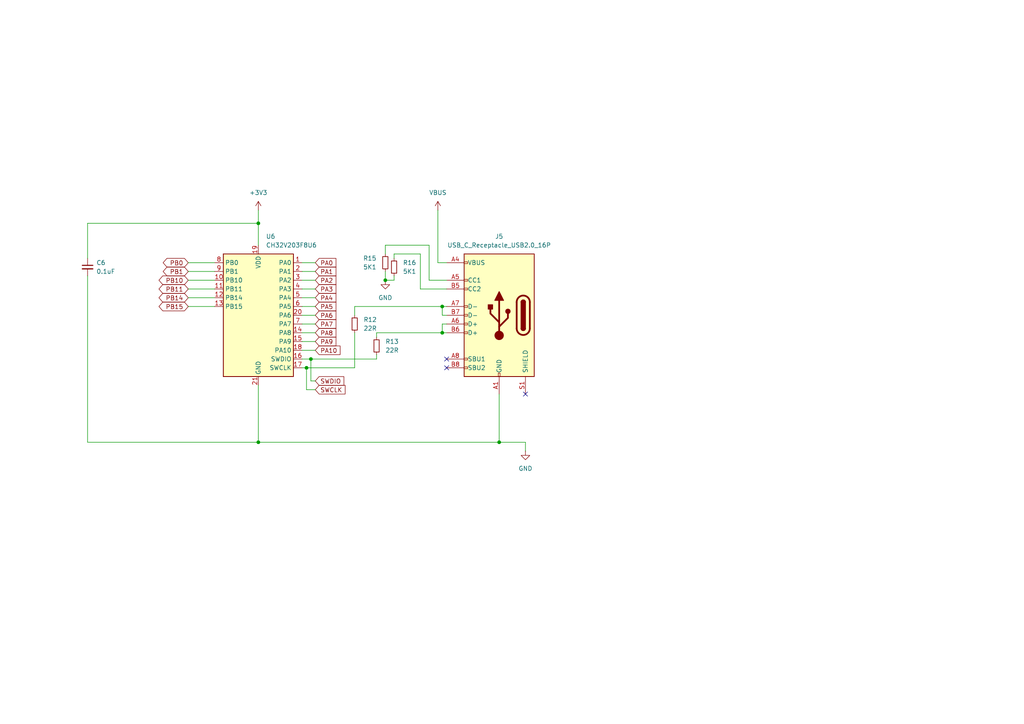
<source format=kicad_sch>
(kicad_sch (version 20231120) (generator "eeschema") (generator_version "8.0")
  (paper "A4")
  (lib_symbols
    (symbol "Connector:USB_C_Receptacle_USB2.0_16P" (pin_names (offset 1.016))
      (property "Reference" "J" (at 0 22.225 0))
      (property "Value" "USB_C_Receptacle_USB2.0_16P" (at 0 19.685 0))
      (symbol "USB_C_Receptacle_USB2.0_16P_0_0"
        (rectangle (start -0.254 -17.78) (end 0.254 -16.764))
        (rectangle (start 10.16 -14.986) (end 9.144 -15.494))
        (rectangle (start 10.16 -12.446) (end 9.144 -12.954))
        (rectangle (start 10.16 -4.826) (end 9.144 -5.334))
        (rectangle (start 10.16 -2.286) (end 9.144 -2.794))
        (rectangle (start 10.16 0.254) (end 9.144 -0.254))
        (rectangle (start 10.16 2.794) (end 9.144 2.286))
        (rectangle (start 10.16 7.874) (end 9.144 7.366))
        (rectangle (start 10.16 10.414) (end 9.144 9.906))
        (rectangle (start 10.16 15.494) (end 9.144 14.986))
      )
      (symbol "USB_C_Receptacle_USB2.0_16P_0_1"
        (rectangle (start -10.16 17.78) (end 10.16 -17.78) (stroke (width 0.254)) (fill (type background)))
        (arc (start -8.89 -3.81) (mid -6.985 -5.7067) (end -5.08 -3.81) (stroke (width 0.508)))
        (arc (start -7.62 -3.81) (mid -6.985 -4.4423) (end -6.35 -3.81) (stroke (width 0.254)))
        (arc (start -7.62 -3.81) (mid -6.985 -4.4423) (end -6.35 -3.81) (stroke (width 0.254)) (fill (type outline)))
        (rectangle (start -7.62 -3.81) (end -6.35 3.81) (stroke (width 0.254)) (fill (type outline)))
        (arc (start -6.35 3.81) (mid -6.985 4.4423) (end -7.62 3.81) (stroke (width 0.254)))
        (arc (start -6.35 3.81) (mid -6.985 4.4423) (end -7.62 3.81) (stroke (width 0.254)) (fill (type outline)))
        (arc (start -5.08 3.81) (mid -6.985 5.7067) (end -8.89 3.81) (stroke (width 0.508)))
        (circle (center -2.54 1.143) (radius 0.635) (stroke (width 0.254)) (fill (type outline)))
        (circle (center 0 -5.842) (radius 1.27) (fill (type outline)))
        (polyline (pts (xy -8.89 -3.81) (xy -8.89 3.81)) (stroke (width 0.508)))
        (polyline (pts (xy -5.08 3.81) (xy -5.08 -3.81)) (stroke (width 0.508)))
        (polyline (pts (xy 0 -5.842) (xy 0 4.318)) (stroke (width 0.508)))
        (polyline (pts (xy 0 -3.302) (xy -2.54 -0.762) (xy -2.54 0.508)) (stroke (width 0.508)))
        (polyline (pts (xy 0 -2.032) (xy 2.54 0.508) (xy 2.54 1.778)) (stroke (width 0.508)))
        (polyline (pts (xy -1.27 4.318) (xy 0 6.858) (xy 1.27 4.318) (xy -1.27 4.318)) (stroke (width 0.254)) (fill (type outline)))
        (rectangle (start 1.905 1.778) (end 3.175 3.048) (stroke (width 0.254)) (fill (type outline)))
      )
      (symbol "USB_C_Receptacle_USB2.0_16P_1_1"
        (pin passive line (at 0 -22.86 90) (length 5.08) (name "GND") (number "A1"))
        (pin passive line (at 0 -22.86 90) (length 5.08) hide (name "GND") (number "A12"))
        (pin passive line (at 15.24 15.24 180) (length 5.08) (name "VBUS") (number "A4"))
        (pin bidirectional line (at 15.24 10.16 180) (length 5.08) (name "CC1") (number "A5"))
        (pin bidirectional line (at 15.24 -2.54 180) (length 5.08) (name "D+") (number "A6"))
        (pin bidirectional line (at 15.24 2.54 180) (length 5.08) (name "D-") (number "A7"))
        (pin bidirectional line (at 15.24 -12.7 180) (length 5.08) (name "SBU1") (number "A8"))
        (pin passive line (at 15.24 15.24 180) (length 5.08) hide (name "VBUS") (number "A9"))
        (pin passive line (at 0 -22.86 90) (length 5.08) hide (name "GND") (number "B1"))
        (pin passive line (at 0 -22.86 90) (length 5.08) hide (name "GND") (number "B12"))
        (pin passive line (at 15.24 15.24 180) (length 5.08) hide (name "VBUS") (number "B4"))
        (pin bidirectional line (at 15.24 7.62 180) (length 5.08) (name "CC2") (number "B5"))
        (pin bidirectional line (at 15.24 -5.08 180) (length 5.08) (name "D+") (number "B6"))
        (pin bidirectional line (at 15.24 0 180) (length 5.08) (name "D-") (number "B7"))
        (pin bidirectional line (at 15.24 -15.24 180) (length 5.08) (name "SBU2") (number "B8"))
        (pin passive line (at 15.24 15.24 180) (length 5.08) hide (name "VBUS") (number "B9"))
        (pin passive line (at -7.62 -22.86 90) (length 5.08) (name "SHIELD") (number "S1"))
      )
    )
    (symbol "Device:C_Small" (pin_numbers hide) (pin_names (offset 0.254) hide)
      (property "Reference" "C" (at 0.254 1.778 0))
      (property "Value" "C_Small" (at 0.254 -2.032 0))
      (symbol "C_Small_0_1"
        (polyline (pts (xy -1.524 -0.508) (xy 1.524 -0.508)) (stroke (width 0.3302)))
        (polyline (pts (xy -1.524 0.508) (xy 1.524 0.508)) (stroke (width 0.3048)))
      )
      (symbol "C_Small_1_1"
        (pin passive line (at 0 2.54 270) (length 2.032) (name "~") (number "1"))
        (pin passive line (at 0 -2.54 90) (length 2.032) (name "~") (number "2"))
      )
    )
    (symbol "Device:R_Small" (pin_numbers hide) (pin_names (offset 0.254) hide)
      (property "Reference" "R" (at 0.762 0.508 0))
      (property "Value" "R_Small" (at 0.762 -1.016 0))
      (symbol "R_Small_0_1"
        (rectangle (start -0.762 1.778) (end 0.762 -1.778) (stroke (width 0.2032)))
      )
      (symbol "R_Small_1_1"
        (pin passive line (at 0 2.54 270) (length 0.762) (name "~") (number "1"))
        (pin passive line (at 0 -2.54 90) (length 0.762) (name "~") (number "2"))
      )
    )
    (symbol "MCU_WCH_CH32V203F8U6:CH32V203F8U6"
      (property "Reference" "U" (at -10.16 19.05 0))
      (property "Value" "CH32V203F8U6" (at 2.54 19.05 0))
      (symbol "CH32V203F8U6_0_1"
        (rectangle (start -10.16 17.78) (end 10.16 -17.78) (stroke (width 0.254)) (fill (type background)))
      )
      (symbol "CH32V203F8U6_1_0"
        (pin bidirectional line (at -12.7 10.16 0) (length 2.54) (name "PB10") (number "10"))
        (pin bidirectional line (at -12.7 2.54 0) (length 2.54) (name "PB15") (number "13"))
        (pin bidirectional line (at -12.7 15.24 0) (length 2.54) (name "PB0") (number "8"))
      )
      (symbol "CH32V203F8U6_1_1"
        (pin bidirectional line (at 12.7 15.24 180) (length 2.54) (name "PA0") (number "1"))
        (pin bidirectional line (at -12.7 7.62 0) (length 2.54) (name "PB11") (number "11"))
        (pin bidirectional line (at -12.7 5.08 0) (length 2.54) (name "PB14") (number "12"))
        (pin bidirectional line (at 12.7 -5.08 180) (length 2.54) (name "PA8") (number "14"))
        (pin bidirectional line (at 12.7 -7.62 180) (length 2.54) (name "PA9") (number "15"))
        (pin bidirectional line (at 12.7 -12.7 180) (length 2.54) (name "SWDIO") (number "16"))
        (pin bidirectional line (at 12.7 -15.24 180) (length 2.54) (name "SWCLK") (number "17"))
        (pin bidirectional line (at 12.7 -10.16 180) (length 2.54) (name "PA10") (number "18"))
        (pin power_in line (at 0 20.32 270) (length 2.54) (name "VDD") (number "19"))
        (pin bidirectional line (at 12.7 12.7 180) (length 2.54) (name "PA1") (number "2"))
        (pin bidirectional line (at 12.7 0 180) (length 2.54) (name "PA6") (number "20"))
        (pin power_in line (at 0 -20.32 90) (length 2.54) (name "GND") (number "21"))
        (pin bidirectional line (at 12.7 10.16 180) (length 2.54) (name "PA2") (number "3"))
        (pin bidirectional line (at 12.7 7.62 180) (length 2.54) (name "PA3") (number "4"))
        (pin bidirectional line (at 12.7 5.08 180) (length 2.54) (name "PA4") (number "5"))
        (pin bidirectional line (at 12.7 2.54 180) (length 2.54) (name "PA5") (number "6"))
        (pin bidirectional line (at 12.7 -2.54 180) (length 2.54) (name "PA7") (number "7"))
        (pin bidirectional line (at -12.7 12.7 0) (length 2.54) (name "PB1") (number "9"))
      )
    )
    (symbol "power:+3V3" (power) (pin_numbers hide) (pin_names (offset 0) hide)
      (property "Value" "+3V3" (at 0 3.556 0))
      (symbol "+3V3_0_1"
        (polyline (pts (xy -0.762 1.27) (xy 0 2.54)))
        (polyline (pts (xy 0 0) (xy 0 2.54)))
        (polyline (pts (xy 0 2.54) (xy 0.762 1.27)))
      )
      (symbol "+3V3_1_1"
        (pin power_in line (at 0 0 90) (length 0) (name "~") (number "1"))
      )
    )
    (symbol "power:GND" (power) (pin_numbers hide) (pin_names (offset 0) hide)
      (property "Value" "GND" (at 0 -3.81 0))
      (symbol "GND_0_1"
        (polyline (pts (xy 0 0) (xy 0 -1.27) (xy 1.27 -1.27) (xy 0 -2.54) (xy -1.27 -1.27) (xy 0 -1.27)))
      )
      (symbol "GND_1_1"
        (pin power_in line (at 0 0 270) (length 0) (name "~") (number "1"))
      )
    )
    (symbol "power:VBUS" (power) (pin_numbers hide) (pin_names (offset 0) hide)
      (property "Value" "VBUS" (at 0 3.556 0))
      (symbol "VBUS_0_1"
        (polyline (pts (xy -0.762 1.27) (xy 0 2.54)))
        (polyline (pts (xy 0 0) (xy 0 2.54)))
        (polyline (pts (xy 0 2.54) (xy 0.762 1.27)))
      )
      (symbol "VBUS_1_1"
        (pin power_in line (at 0 0 90) (length 0) (name "~") (number "1"))
      )
    )
  )
  (junction (at 74.93 64.77))
  (junction (at 90.17 104.14))
  (junction (at 128.27 88.9))
  (junction (at 74.93 128.27))
  (junction (at 128.27 96.52))
  (junction (at 111.76 81.28))
  (junction (at 144.78 128.27))
  (junction (at 88.9 106.68))
  (no_connect (at 152.4 114.3))
  (no_connect (at 129.54 106.68))
  (no_connect (at 129.54 104.14))
  (wire (pts (xy 25.4 128.27) (xy 74.93 128.27)))
  (wire (pts (xy 25.4 80.01) (xy 25.4 128.27)))
  (wire (pts (xy 102.87 91.44) (xy 102.87 88.9)))
  (wire (pts (xy 87.63 93.98) (xy 91.44 93.98)))
  (wire (pts (xy 152.4 128.27) (xy 152.4 130.81)))
  (wire (pts (xy 109.22 96.52) (xy 128.27 96.52)))
  (wire (pts (xy 87.63 86.36) (xy 91.44 86.36)))
  (wire (pts (xy 87.63 76.2) (xy 91.44 76.2)))
  (wire (pts (xy 91.44 113.03) (xy 88.9 113.03)))
  (wire (pts (xy 90.17 110.49) (xy 90.17 104.14)))
  (wire (pts (xy 87.63 91.44) (xy 91.44 91.44)))
  (wire (pts (xy 114.3 80.01) (xy 114.3 81.28)))
  (wire (pts (xy 128.27 93.98) (xy 128.27 96.52)))
  (wire (pts (xy 87.63 96.52) (xy 91.44 96.52)))
  (wire (pts (xy 87.63 83.82) (xy 91.44 83.82)))
  (wire (pts (xy 91.44 110.49) (xy 90.17 110.49)))
  (wire (pts (xy 129.54 93.98) (xy 128.27 93.98)))
  (wire (pts (xy 88.9 106.68) (xy 102.87 106.68)))
  (wire (pts (xy 90.17 104.14) (xy 109.22 104.14)))
  (wire (pts (xy 25.4 74.93) (xy 25.4 64.77)))
  (wire (pts (xy 129.54 81.28) (xy 124.46 81.28)))
  (wire (pts (xy 114.3 73.66) (xy 114.3 74.93)))
  (wire (pts (xy 144.78 128.27) (xy 74.93 128.27)))
  (wire (pts (xy 54.61 76.2) (xy 62.23 76.2)))
  (wire (pts (xy 54.61 86.36) (xy 62.23 86.36)))
  (wire (pts (xy 87.63 101.6) (xy 91.44 101.6)))
  (wire (pts (xy 109.22 97.79) (xy 109.22 96.52)))
  (wire (pts (xy 129.54 76.2) (xy 127 76.2)))
  (wire (pts (xy 111.76 71.12) (xy 111.76 73.66)))
  (wire (pts (xy 124.46 81.28) (xy 124.46 71.12)))
  (wire (pts (xy 54.61 81.28) (xy 62.23 81.28)))
  (wire (pts (xy 87.63 81.28) (xy 91.44 81.28)))
  (wire (pts (xy 54.61 88.9) (xy 62.23 88.9)))
  (wire (pts (xy 102.87 88.9) (xy 128.27 88.9)))
  (wire (pts (xy 144.78 114.3) (xy 144.78 128.27)))
  (wire (pts (xy 111.76 78.74) (xy 111.76 81.28)))
  (wire (pts (xy 87.63 88.9) (xy 91.44 88.9)))
  (wire (pts (xy 25.4 64.77) (xy 74.93 64.77)))
  (wire (pts (xy 87.63 106.68) (xy 88.9 106.68)))
  (wire (pts (xy 54.61 78.74) (xy 62.23 78.74)))
  (wire (pts (xy 129.54 91.44) (xy 128.27 91.44)))
  (wire (pts (xy 121.92 73.66) (xy 114.3 73.66)))
  (wire (pts (xy 74.93 64.77) (xy 74.93 71.12)))
  (wire (pts (xy 128.27 96.52) (xy 129.54 96.52)))
  (wire (pts (xy 74.93 60.96) (xy 74.93 64.77)))
  (wire (pts (xy 128.27 91.44) (xy 128.27 88.9)))
  (wire (pts (xy 87.63 99.06) (xy 91.44 99.06)))
  (wire (pts (xy 128.27 88.9) (xy 129.54 88.9)))
  (wire (pts (xy 127 76.2) (xy 127 60.96)))
  (wire (pts (xy 88.9 113.03) (xy 88.9 106.68)))
  (wire (pts (xy 152.4 128.27) (xy 144.78 128.27)))
  (wire (pts (xy 87.63 78.74) (xy 91.44 78.74)))
  (wire (pts (xy 121.92 83.82) (xy 129.54 83.82)))
  (wire (pts (xy 121.92 83.82) (xy 121.92 73.66)))
  (wire (pts (xy 74.93 128.27) (xy 74.93 111.76)))
  (wire (pts (xy 114.3 81.28) (xy 111.76 81.28)))
  (wire (pts (xy 54.61 83.82) (xy 62.23 83.82)))
  (wire (pts (xy 87.63 104.14) (xy 90.17 104.14)))
  (wire (pts (xy 124.46 71.12) (xy 111.76 71.12)))
  (wire (pts (xy 102.87 106.68) (xy 102.87 96.52)))
  (wire (pts (xy 109.22 104.14) (xy 109.22 102.87)))
  (global_label "PA10" (shape input) (at 91.44 101.6 0) (property "Intersheetrefs" "${INTERSHEET_REFS}" (effects (hide yes))))
  (global_label "PB10" (shape bidirectional) (at 54.61 81.28 180) (property "Intersheetrefs" "${INTERSHEET_REFS}" (effects (hide yes))))
  (global_label "PA8" (shape input) (at 91.44 96.52 0) (property "Intersheetrefs" "${INTERSHEET_REFS}" (effects (hide yes))))
  (global_label "PB15" (shape bidirectional) (at 54.61 88.9 180) (property "Intersheetrefs" "${INTERSHEET_REFS}" (effects (hide yes))))
  (global_label "PB14" (shape bidirectional) (at 54.61 86.36 180) (property "Intersheetrefs" "${INTERSHEET_REFS}" (effects (hide yes))))
  (global_label "PA6" (shape input) (at 91.44 91.44 0) (property "Intersheetrefs" "${INTERSHEET_REFS}" (effects (hide yes))))
  (global_label "PA4" (shape input) (at 91.44 86.36 0) (property "Intersheetrefs" "${INTERSHEET_REFS}" (effects (hide yes))))
  (global_label "SWCLK" (shape input) (at 91.44 113.03 0) (property "Intersheetrefs" "${INTERSHEET_REFS}" (effects (hide yes))))
  (global_label "PA0" (shape input) (at 91.44 76.2 0) (property "Intersheetrefs" "${INTERSHEET_REFS}" (effects (hide yes))))
  (global_label "PA7" (shape input) (at 91.44 93.98 0) (property "Intersheetrefs" "${INTERSHEET_REFS}" (effects (hide yes))))
  (global_label "PB1" (shape bidirectional) (at 54.61 78.74 180) (property "Intersheetrefs" "${INTERSHEET_REFS}" (effects (hide yes))))
  (global_label "PB11" (shape bidirectional) (at 54.61 83.82 180) (property "Intersheetrefs" "${INTERSHEET_REFS}" (effects (hide yes))))
  (global_label "PA2" (shape input) (at 91.44 81.28 0) (property "Intersheetrefs" "${INTERSHEET_REFS}" (effects (hide yes))))
  (global_label "PA1" (shape input) (at 91.44 78.74 0) (property "Intersheetrefs" "${INTERSHEET_REFS}" (effects (hide yes))))
  (global_label "PA3" (shape input) (at 91.44 83.82 0) (property "Intersheetrefs" "${INTERSHEET_REFS}" (effects (hide yes))))
  (global_label "PA5" (shape input) (at 91.44 88.9 0) (property "Intersheetrefs" "${INTERSHEET_REFS}" (effects (hide yes))))
  (global_label "PA9" (shape input) (at 91.44 99.06 0) (property "Intersheetrefs" "${INTERSHEET_REFS}" (effects (hide yes))))
  (global_label "SWDIO" (shape input) (at 91.44 110.49 0) (property "Intersheetrefs" "${INTERSHEET_REFS}" (effects (hide yes))))
  (global_label "PB0" (shape bidirectional) (at 54.61 76.2 180) (property "Intersheetrefs" "${INTERSHEET_REFS}" (effects (hide yes))))
  (symbol (lib_id "Device:R_Small") (at 114.3 77.47 0) (unit 1)
    (property "Reference" "R16" (at 116.84 76.1999 0) (effects (justify left)))
    (property "Value" "5K1" (at 116.84 78.7399 0) (effects (justify left)))
    (property "Footprint" "Resistor_SMD:R_0402_1005Metric" (effects (hide yes)))
    (property "Description" "Resistor, small symbol" (effects (hide yes)))
    (property "LCSC" "C25905" (effects (hide yes)))
  )
  (symbol (lib_id "Device:C_Small") (at 25.4 77.47 0) (unit 1)
    (property "Reference" "C6" (at 27.94 76.2062 0) (effects (justify left)))
    (property "Value" "0.1uF" (at 27.94 78.7462 0) (effects (justify left)))
    (property "Footprint" "Capacitor_SMD:C_0402_1005Metric" (effects (hide yes)))
    (property "Description" "Unpolarized capacitor, small symbol" (effects (hide yes)))
    (property "LCSC" "C77020" (effects (hide yes)))
  )
  (symbol (lib_id "power:GND") (at 152.4 130.81 0) (unit 1)
    (property "Reference" "#PWR6" (effects (hide yes)))
    (property "Value" "GND" (at 152.4 135.89 0))
    (property "Description" "Power symbol creates a global label with name \"GND\" , ground" (effects (hide yes)))
  )
  (symbol (lib_id "power:VBUS") (at 127 60.96 0) (unit 1)
    (property "Reference" "#PWR7" (effects (hide yes)))
    (property "Value" "VBUS" (at 127 55.88 0))
    (property "Description" "Power symbol creates a global label with name \"VBUS\"" (effects (hide yes)))
  )
  (symbol (lib_id "Device:R_Small") (at 111.76 76.2 0) (mirror y) (unit 1)
    (property "Reference" "R15" (at 109.22 74.9299 0) (effects (justify left)))
    (property "Value" "5K1" (at 109.22 77.4699 0) (effects (justify left)))
    (property "Footprint" "Resistor_SMD:R_0402_1005Metric" (effects (hide yes)))
    (property "Description" "Resistor, small symbol" (effects (hide yes)))
    (property "LCSC" "C25905" (effects (hide yes)))
  )
  (symbol (lib_id "MCU_WCH_CH32V203F8U6:CH32V203F8U6") (at 74.93 91.44 0) (unit 1)
    (property "Reference" "U6" (at 77.1241 68.58 0) (effects (justify left)))
    (property "Value" "CH32V203F8U6" (at 77.1241 71.12 0) (effects (justify left)))
    (property "Footprint" "Package_DFN_QFN:QFN-20-1EP_3x3mm_P0.45mm_EP1.6x1.6mm" (effects (hide yes)))
    (property "Datasheet" "http://www.wch-ic.com/products/CH32V203.html" (effects (hide yes)))
    (property "Description" "The CH32V203 is an industrial-grade enhanced low-power general-purpose MCU based on 32-bit RISC-V core." (effects (hide yes)))
    (property "LCSC" "C7570477" (effects (hide yes)))
  )
  (symbol (lib_id "power:GND") (at 111.76 81.28 0) (unit 1)
    (property "Reference" "#PWR8" (effects (hide yes)))
    (property "Value" "GND" (at 111.76 86.36 0))
    (property "Description" "Power symbol creates a global label with name \"GND\" , ground" (effects (hide yes)))
  )
  (symbol (lib_id "power:+3V3") (at 74.93 60.96 0) (unit 1)
    (property "Reference" "#PWR9" (effects (hide yes)))
    (property "Value" "+3V3" (at 74.93 55.88 0))
    (property "Description" "Power symbol creates a global label with name \"+3V3\"" (effects (hide yes)))
  )
  (symbol (lib_id "Device:R_Small") (at 109.22 100.33 0) (unit 1)
    (property "Reference" "R13" (at 111.76 99.0599 0) (effects (justify left)))
    (property "Value" "22R" (at 111.76 101.5999 0) (effects (justify left)))
    (property "Footprint" "Resistor_SMD:R_0402_1005Metric" (effects (hide yes)))
    (property "Description" "Resistor, small symbol" (effects (hide yes)))
    (property "LCSC" "C114765" (effects (hide yes)))
  )
  (symbol (lib_id "Connector:USB_C_Receptacle_USB2.0_16P") (at 144.78 91.44 0) (mirror y) (unit 1)
    (property "Reference" "J5" (at 144.78 68.58 0))
    (property "Value" "USB_C_Receptacle_USB2.0_16P" (at 144.78 71.12 0))
    (property "Footprint" "USB-C-Paddle:USB_C_PADDLE" (effects (hide yes)))
    (property "Datasheet" "https://www.usb.org/sites/default/files/documents/usb_type-c.zip" (effects (hide yes)))
    (property "Description" "USB 2.0-only 16P Type-C Receptacle connector" (effects (hide yes)))
  )
  (symbol (lib_id "Device:R_Small") (at 102.87 93.98 180) (unit 1)
    (property "Reference" "R12" (at 105.41 92.7099 0) (effects (justify right)))
    (property "Value" "22R" (at 105.41 95.2499 0) (effects (justify right)))
    (property "Footprint" "Resistor_SMD:R_0402_1005Metric" (effects (hide yes)))
    (property "Description" "Resistor, small symbol" (effects (hide yes)))
    (property "LCSC" "C114765" (effects (hide yes)))
  )
)
</source>
